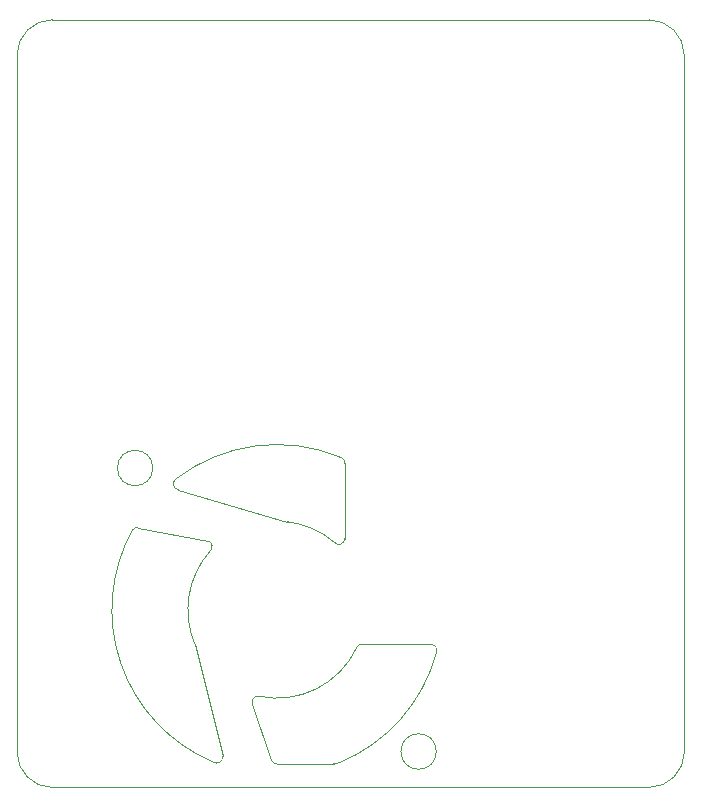
<source format=gbr>
G04 #@! TF.GenerationSoftware,KiCad,Pcbnew,(5.1.4)-1*
G04 #@! TF.CreationDate,2019-11-01T08:15:42-05:00*
G04 #@! TF.ProjectId,20-ELC-3-01-R1 (Telemetry PCB),32302d45-4c43-42d3-932d-30312d523120,rev?*
G04 #@! TF.SameCoordinates,Original*
G04 #@! TF.FileFunction,Profile,NP*
%FSLAX46Y46*%
G04 Gerber Fmt 4.6, Leading zero omitted, Abs format (unit mm)*
G04 Created by KiCad (PCBNEW (5.1.4)-1) date 2019-11-01 08:15:42*
%MOMM*%
%LPD*%
G04 APERTURE LIST*
%ADD10C,0.050000*%
G04 APERTURE END LIST*
D10*
X224659306Y-74785594D02*
G75*
G02X224423888Y-73898567I90694J498824D01*
G01*
X238475001Y-72077229D02*
G75*
G02X238751115Y-72550000I-223885J-447772D01*
G01*
X238750000Y-78925000D02*
G75*
G02X237878767Y-79249999I-496234J0D01*
G01*
X239766350Y-88149340D02*
G75*
G02X240250000Y-87850000I458651J-200659D01*
G01*
X246050000Y-87845095D02*
G75*
G02X246529562Y-88499959I1J-503025D01*
G01*
X238225000Y-97925000D02*
G75*
G02X237818609Y-97986492I-281391J486036D01*
G01*
X233000000Y-98000000D02*
G75*
G02X232525002Y-97651879I1J498120D01*
G01*
X230920833Y-92926317D02*
G75*
G02X231450000Y-92275001I479168J151317D01*
G01*
X228400731Y-97349890D02*
G75*
G02X227597476Y-97831020I-500731J-75110D01*
G01*
X227204858Y-79137508D02*
G75*
G02X227349999Y-79974999I-179858J-462492D01*
G01*
X220790072Y-78165782D02*
G75*
G02X221275000Y-78025000I359928J-334218D01*
G01*
X233000000Y-98000000D02*
X237818609Y-97986492D01*
X226059891Y-87866853D02*
G75*
G02X227349999Y-79974999I6940109J2916853D01*
G01*
X233856182Y-77496187D02*
G75*
G02X237878767Y-79249999I-856182J-7453813D01*
G01*
X239768697Y-88150450D02*
G75*
G02X231450000Y-92275001I-6768697J3200450D01*
G01*
X227597476Y-97831021D02*
G75*
G02X220790072Y-78165782I5402524J12881021D01*
G01*
X224423888Y-73898567D02*
G75*
G02X238475000Y-72077229I8576112J-11051433D01*
G01*
X246529562Y-88499958D02*
G75*
G02X238225000Y-97925000I-13529562J3549958D01*
G01*
X221275000Y-78025000D02*
X227204858Y-79137507D01*
X224659306Y-74785594D02*
X233856182Y-77496187D01*
X238751115Y-72550000D02*
X238750000Y-78925000D01*
X246050000Y-87845095D02*
X240250000Y-87850000D01*
X228400731Y-97349890D02*
X226059891Y-87866853D01*
X232525002Y-97651879D02*
X230920833Y-92926317D01*
X214000000Y-100000000D02*
X264500000Y-100000000D01*
X222500000Y-72950000D02*
G75*
G03X222500000Y-72950000I-1500000J0D01*
G01*
X246500000Y-96950000D02*
G75*
G03X246500000Y-96950000I-1500000J0D01*
G01*
X214000000Y-100000000D02*
G75*
G02X211000000Y-97000000I0J3000000D01*
G01*
X267500000Y-97000000D02*
G75*
G02X264500000Y-100000000I-3000000J0D01*
G01*
X264500000Y-35000000D02*
G75*
G02X267500000Y-38000000I0J-3000000D01*
G01*
X211000000Y-38000000D02*
G75*
G02X214000000Y-35000000I3000000J0D01*
G01*
X211000000Y-38000000D02*
X211000000Y-97000000D01*
X264500000Y-35000000D02*
X214000000Y-35000000D01*
X267500000Y-38000000D02*
X267500000Y-97000000D01*
M02*

</source>
